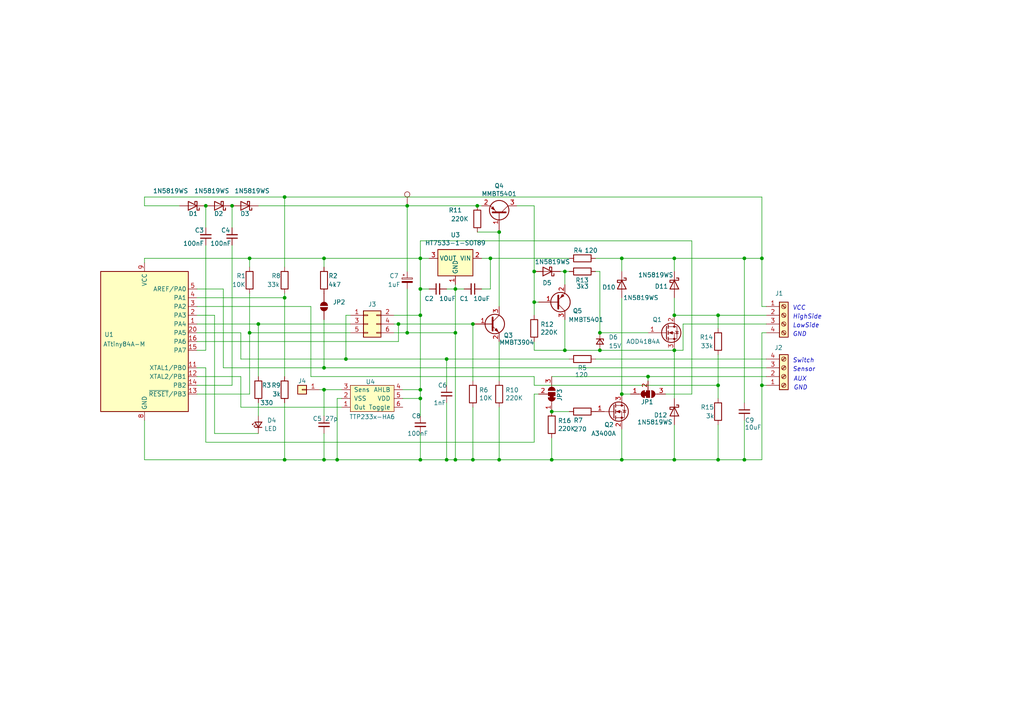
<source format=kicad_sch>
(kicad_sch (version 20231120) (generator "eeschema") (generator_version "8.0")
  (paper "A4")
  (lib_symbols
    (symbol "Connector:Screw_Terminal_01x04" (pin_names (offset 1.016) hide)
      (property "Reference" "J" (at 0 5.08 0))
      (property "Value" "Screw_Terminal_01x04" (at 0 -7.62 0))
      (symbol "Screw_Terminal_01x04_1_1"
        (rectangle (start -1.27 3.81) (end 1.27 -6.35) (stroke (width 0.254)) (fill (type background)))
        (circle (center 0 -5.08) (radius 0.635) (stroke (width 0.1524)))
        (circle (center 0 -2.54) (radius 0.635) (stroke (width 0.1524)))
        (polyline (pts (xy -0.5334 -4.7498) (xy 0.3302 -5.588)) (stroke (width 0.1524)))
        (polyline (pts (xy -0.5334 -2.2098) (xy 0.3302 -3.048)) (stroke (width 0.1524)))
        (polyline (pts (xy -0.5334 0.3302) (xy 0.3302 -0.508)) (stroke (width 0.1524)))
        (polyline (pts (xy -0.5334 2.8702) (xy 0.3302 2.032)) (stroke (width 0.1524)))
        (polyline (pts (xy -0.3556 -4.572) (xy 0.508 -5.4102)) (stroke (width 0.1524)))
        (polyline (pts (xy -0.3556 -2.032) (xy 0.508 -2.8702)) (stroke (width 0.1524)))
        (polyline (pts (xy -0.3556 0.508) (xy 0.508 -0.3302)) (stroke (width 0.1524)))
        (polyline (pts (xy -0.3556 3.048) (xy 0.508 2.2098)) (stroke (width 0.1524)))
        (circle (center 0 0) (radius 0.635) (stroke (width 0.1524)))
        (circle (center 0 2.54) (radius 0.635) (stroke (width 0.1524)))
        (pin passive line (at -5.08 2.54 0) (length 3.81) (name "Pin_1") (number "1"))
        (pin passive line (at -5.08 0 0) (length 3.81) (name "Pin_2") (number "2"))
        (pin passive line (at -5.08 -2.54 0) (length 3.81) (name "Pin_3") (number "3"))
        (pin passive line (at -5.08 -5.08 0) (length 3.81) (name "Pin_4") (number "4"))
      )
    )
    (symbol "Connector:TestPoint" (pin_numbers hide) (pin_names (offset 0.762) hide)
      (property "Reference" "TP" (at 0 6.858 0))
      (property "Value" "TestPoint" (at 0 5.08 0))
      (symbol "TestPoint_0_1"
        (circle (center 0 3.302) (radius 0.762))
      )
      (symbol "TestPoint_1_1"
        (pin passive line (at 0 0 90) (length 2.54) (name "1") (number "1"))
      )
    )
    (symbol "Connector_Generic:Conn_01x01" (pin_names (offset 1.016) hide)
      (property "Reference" "J" (at 0 2.54 0))
      (property "Value" "Conn_01x01" (at 0 -2.54 0))
      (symbol "Conn_01x01_1_1"
        (rectangle (start -1.27 0.127) (end 0 -0.127) (stroke (width 0.1524)))
        (rectangle (start -1.27 1.27) (end 1.27 -1.27) (stroke (width 0.254)) (fill (type background)))
        (pin passive line (at -5.08 0 0) (length 3.81) (name "Pin_1") (number "1"))
      )
    )
    (symbol "Connector_Generic:Conn_02x03_Odd_Even" (pin_names (offset 1.016) hide)
      (property "Reference" "J" (at 1.27 5.08 0))
      (property "Value" "Conn_02x03_Odd_Even" (at 1.27 -5.08 0))
      (symbol "Conn_02x03_Odd_Even_1_1"
        (rectangle (start -1.27 -2.413) (end 0 -2.667) (stroke (width 0.1524)))
        (rectangle (start -1.27 0.127) (end 0 -0.127) (stroke (width 0.1524)))
        (rectangle (start -1.27 2.667) (end 0 2.413) (stroke (width 0.1524)))
        (rectangle (start -1.27 3.81) (end 3.81 -3.81) (stroke (width 0.254)) (fill (type background)))
        (rectangle (start 3.81 -2.413) (end 2.54 -2.667) (stroke (width 0.1524)))
        (rectangle (start 3.81 0.127) (end 2.54 -0.127) (stroke (width 0.1524)))
        (rectangle (start 3.81 2.667) (end 2.54 2.413) (stroke (width 0.1524)))
        (pin passive line (at -5.08 2.54 0) (length 3.81) (name "Pin_1") (number "1"))
        (pin passive line (at 7.62 2.54 180) (length 3.81) (name "Pin_2") (number "2"))
        (pin passive line (at -5.08 0 0) (length 3.81) (name "Pin_3") (number "3"))
        (pin passive line (at 7.62 0 180) (length 3.81) (name "Pin_4") (number "4"))
        (pin passive line (at -5.08 -2.54 0) (length 3.81) (name "Pin_5") (number "5"))
        (pin passive line (at 7.62 -2.54 180) (length 3.81) (name "Pin_6") (number "6"))
      )
    )
    (symbol "Device:C_Small" (pin_numbers hide) (pin_names (offset 0.254) hide)
      (property "Reference" "C" (at 0.254 1.778 0))
      (property "Value" "C_Small" (at 0.254 -2.032 0))
      (symbol "C_Small_0_1"
        (polyline (pts (xy -1.524 -0.508) (xy 1.524 -0.508)) (stroke (width 0.3302)))
        (polyline (pts (xy -1.524 0.508) (xy 1.524 0.508)) (stroke (width 0.3048)))
      )
      (symbol "C_Small_1_1"
        (pin passive line (at 0 2.54 270) (length 2.032) (name "~") (number "1"))
        (pin passive line (at 0 -2.54 90) (length 2.032) (name "~") (number "2"))
      )
    )
    (symbol "Device:D_Schottky" (pin_numbers hide) (pin_names (offset 1.016) hide)
      (property "Reference" "D" (at 0 2.54 0))
      (property "Value" "D_Schottky" (at 0 -2.54 0))
      (symbol "D_Schottky_0_1"
        (polyline (pts (xy 1.27 0) (xy -1.27 0)))
        (polyline (pts (xy 1.27 1.27) (xy 1.27 -1.27) (xy -1.27 0) (xy 1.27 1.27)) (stroke (width 0.254)))
        (polyline (pts (xy -1.905 0.635) (xy -1.905 1.27) (xy -1.27 1.27) (xy -1.27 -1.27) (xy -0.635 -1.27) (xy -0.635 -0.635)) (stroke (width 0.254)))
      )
      (symbol "D_Schottky_1_1"
        (pin passive line (at -3.81 0 0) (length 2.54) (name "K") (number "1"))
        (pin passive line (at 3.81 0 180) (length 2.54) (name "A") (number "2"))
      )
    )
    (symbol "Device:D_Zener_Small" (pin_numbers hide) (pin_names (offset 0.254) hide)
      (property "Reference" "D" (at 0 2.286 0))
      (property "Value" "D_Zener_Small" (at 0 -2.286 0))
      (symbol "D_Zener_Small_0_1"
        (polyline (pts (xy 0.762 0) (xy -0.762 0)))
        (polyline (pts (xy -0.254 1.016) (xy -0.762 1.016) (xy -0.762 -1.016)) (stroke (width 0.254)))
        (polyline (pts (xy 0.762 1.016) (xy -0.762 0) (xy 0.762 -1.016) (xy 0.762 1.016)) (stroke (width 0.254)))
      )
      (symbol "D_Zener_Small_1_1"
        (pin passive line (at -2.54 0 0) (length 1.778) (name "K") (number "1"))
        (pin passive line (at 2.54 0 180) (length 1.778) (name "A") (number "2"))
      )
    )
    (symbol "Device:LED_Small" (pin_numbers hide) (pin_names (offset 0.254) hide)
      (property "Reference" "D" (at -1.27 3.175 0))
      (property "Value" "LED_Small" (at -4.445 -2.54 0))
      (symbol "LED_Small_0_1"
        (polyline (pts (xy -0.762 -1.016) (xy -0.762 1.016)) (stroke (width 0.254)))
        (polyline (pts (xy 1.016 0) (xy -0.762 0)))
        (polyline (pts (xy 0.762 -1.016) (xy -0.762 0) (xy 0.762 1.016) (xy 0.762 -1.016)) (stroke (width 0.254)))
        (polyline (pts (xy 0 0.762) (xy -0.508 1.27) (xy -0.254 1.27) (xy -0.508 1.27) (xy -0.508 1.016)))
        (polyline (pts (xy 0.508 1.27) (xy 0 1.778) (xy 0.254 1.778) (xy 0 1.778) (xy 0 1.524)))
      )
      (symbol "LED_Small_1_1"
        (pin passive line (at -2.54 0 0) (length 1.778) (name "K") (number "1"))
        (pin passive line (at 2.54 0 180) (length 1.778) (name "A") (number "2"))
      )
    )
    (symbol "Device:Q_NMOS_GDS" (pin_names (offset 0) hide)
      (property "Reference" "Q" (at 5.08 1.27 0))
      (property "Value" "Q_NMOS_GDS" (at 5.08 -1.27 0))
      (symbol "Q_NMOS_GDS_0_1"
        (polyline (pts (xy 0.254 0) (xy -2.54 0)))
        (polyline (pts (xy 0.254 1.905) (xy 0.254 -1.905)) (stroke (width 0.254)))
        (polyline (pts (xy 0.762 -1.27) (xy 0.762 -2.286)) (stroke (width 0.254)))
        (polyline (pts (xy 0.762 0.508) (xy 0.762 -0.508)) (stroke (width 0.254)))
        (polyline (pts (xy 0.762 2.286) (xy 0.762 1.27)) (stroke (width 0.254)))
        (polyline (pts (xy 2.54 2.54) (xy 2.54 1.778)))
        (polyline (pts (xy 2.54 -2.54) (xy 2.54 0) (xy 0.762 0)))
        (polyline (pts (xy 0.762 -1.778) (xy 3.302 -1.778) (xy 3.302 1.778) (xy 0.762 1.778)))
        (polyline (pts (xy 1.016 0) (xy 2.032 0.381) (xy 2.032 -0.381) (xy 1.016 0)) (fill (type outline)))
        (polyline (pts (xy 2.794 0.508) (xy 2.921 0.381) (xy 3.683 0.381) (xy 3.81 0.254)))
        (polyline (pts (xy 3.302 0.381) (xy 2.921 -0.254) (xy 3.683 -0.254) (xy 3.302 0.381)))
        (circle (center 1.651 0) (radius 2.794) (stroke (width 0.254)))
        (circle (center 2.54 -1.778) (radius 0.254) (fill (type outline)))
        (circle (center 2.54 1.778) (radius 0.254) (fill (type outline)))
      )
      (symbol "Q_NMOS_GDS_1_1"
        (pin input line (at -5.08 0 0) (length 2.54) (name "G") (number "1"))
        (pin passive line (at 2.54 5.08 270) (length 2.54) (name "D") (number "2"))
        (pin passive line (at 2.54 -5.08 90) (length 2.54) (name "S") (number "3"))
      )
    )
    (symbol "Device:Q_NMOS_GSD" (pin_names (offset 0) hide)
      (property "Reference" "Q" (at 5.08 1.27 0))
      (property "Value" "Q_NMOS_GSD" (at 5.08 -1.27 0))
      (symbol "Q_NMOS_GSD_0_1"
        (polyline (pts (xy 0.254 0) (xy -2.54 0)))
        (polyline (pts (xy 0.254 1.905) (xy 0.254 -1.905)) (stroke (width 0.254)))
        (polyline (pts (xy 0.762 -1.27) (xy 0.762 -2.286)) (stroke (width 0.254)))
        (polyline (pts (xy 0.762 0.508) (xy 0.762 -0.508)) (stroke (width 0.254)))
        (polyline (pts (xy 0.762 2.286) (xy 0.762 1.27)) (stroke (width 0.254)))
        (polyline (pts (xy 2.54 2.54) (xy 2.54 1.778)))
        (polyline (pts (xy 2.54 -2.54) (xy 2.54 0) (xy 0.762 0)))
        (polyline (pts (xy 0.762 -1.778) (xy 3.302 -1.778) (xy 3.302 1.778) (xy 0.762 1.778)))
        (polyline (pts (xy 1.016 0) (xy 2.032 0.381) (xy 2.032 -0.381) (xy 1.016 0)) (fill (type outline)))
        (polyline (pts (xy 2.794 0.508) (xy 2.921 0.381) (xy 3.683 0.381) (xy 3.81 0.254)))
        (polyline (pts (xy 3.302 0.381) (xy 2.921 -0.254) (xy 3.683 -0.254) (xy 3.302 0.381)))
        (circle (center 1.651 0) (radius 2.794) (stroke (width 0.254)))
        (circle (center 2.54 -1.778) (radius 0.254) (fill (type outline)))
        (circle (center 2.54 1.778) (radius 0.254) (fill (type outline)))
      )
      (symbol "Q_NMOS_GSD_1_1"
        (pin input line (at -5.08 0 0) (length 2.54) (name "G") (number "1"))
        (pin passive line (at 2.54 -5.08 90) (length 2.54) (name "S") (number "2"))
        (pin passive line (at 2.54 5.08 270) (length 2.54) (name "D") (number "3"))
      )
    )
    (symbol "Device:R" (pin_numbers hide) (pin_names (offset 0))
      (property "Reference" "R" (at 2.032 0 90))
      (property "Value" "R" (at 0 0 90))
      (symbol "R_0_1"
        (rectangle (start -1.016 -2.54) (end 1.016 2.54) (stroke (width 0.254)))
      )
      (symbol "R_1_1"
        (pin passive line (at 0 3.81 270) (length 1.27) (name "~") (number "1"))
        (pin passive line (at 0 -3.81 90) (length 1.27) (name "~") (number "2"))
      )
    )
    (symbol "Diode:1N5819WS" (pin_numbers hide) (pin_names (offset 1.016) hide)
      (property "Reference" "D" (at 0 2.54 0))
      (property "Value" "1N5819WS" (at 0 -2.54 0))
      (symbol "1N5819WS_0_1"
        (polyline (pts (xy 1.27 0) (xy -1.27 0)))
        (polyline (pts (xy 1.27 1.27) (xy 1.27 -1.27) (xy -1.27 0) (xy 1.27 1.27)) (stroke (width 0.254)))
        (polyline (pts (xy -1.905 0.635) (xy -1.905 1.27) (xy -1.27 1.27) (xy -1.27 -1.27) (xy -0.635 -1.27) (xy -0.635 -0.635)) (stroke (width 0.254)))
      )
      (symbol "1N5819WS_1_1"
        (pin passive line (at -3.81 0 0) (length 2.54) (name "K") (number "1"))
        (pin passive line (at 3.81 0 180) (length 2.54) (name "A") (number "2"))
      )
    )
    (symbol "FlushRobot-rescue:CP_Small-Device" (pin_numbers hide) (pin_names (offset 0.254) hide)
      (property "Reference" "C" (at 0.254 1.778 0))
      (property "Value" "Device_CP_Small" (at 0.254 -2.032 0))
      (symbol "CP_Small-Device_0_1"
        (rectangle (start -1.524 -0.3048) (end 1.524 -0.6858) (fill (type outline)))
        (rectangle (start -1.524 0.6858) (end 1.524 0.3048))
        (polyline (pts (xy -1.27 1.524) (xy -0.762 1.524)))
        (polyline (pts (xy -1.016 1.27) (xy -1.016 1.778)))
      )
      (symbol "CP_Small-Device_1_1"
        (pin passive line (at 0 2.54 270) (length 1.8542) (name "~") (number "1"))
        (pin passive line (at 0 -2.54 90) (length 1.8542) (name "~") (number "2"))
      )
    )
    (symbol "Jumper:SolderJumper_2_Open" (pin_numbers hide) (pin_names (offset 0) hide) (exclude_from_sim yes) (in_bom no)
      (property "Reference" "JP" (at 0 2.032 0))
      (property "Value" "SolderJumper_2_Open" (at 0 -2.54 0))
      (symbol "SolderJumper_2_Open_0_1"
        (arc (start -0.254 1.016) (mid -1.2656 0) (end -0.254 -1.016))
        (arc (start -0.254 1.016) (mid -1.2656 0) (end -0.254 -1.016) (fill (type outline)))
        (polyline (pts (xy -0.254 1.016) (xy -0.254 -1.016)))
        (polyline (pts (xy 0.254 1.016) (xy 0.254 -1.016)))
        (arc (start 0.254 -1.016) (mid 1.2656 0) (end 0.254 1.016))
        (arc (start 0.254 -1.016) (mid 1.2656 0) (end 0.254 1.016) (fill (type outline)))
      )
      (symbol "SolderJumper_2_Open_1_1"
        (pin passive line (at -3.81 0 0) (length 2.54) (name "A") (number "1"))
        (pin passive line (at 3.81 0 180) (length 2.54) (name "B") (number "2"))
      )
    )
    (symbol "Jumper:SolderJumper_3_Bridged12" (pin_names (offset 0) hide)
      (property "Reference" "JP" (at -2.54 -2.54 0))
      (property "Value" "SolderJumper_3_Bridged12" (at 0 2.794 0))
      (symbol "SolderJumper_3_Bridged12_0_1"
        (rectangle (start -1.016 0.508) (end -0.508 -0.508) (fill (type outline)))
        (arc (start -1.016 1.016) (mid -2.0276 0) (end -1.016 -1.016))
        (arc (start -1.016 1.016) (mid -2.0276 0) (end -1.016 -1.016) (fill (type outline)))
        (rectangle (start -0.508 1.016) (end 0.508 -1.016) (fill (type outline)))
        (polyline (pts (xy -2.54 0) (xy -2.032 0)))
        (polyline (pts (xy -1.016 1.016) (xy -1.016 -1.016)))
        (polyline (pts (xy 0 -1.27) (xy 0 -1.016)))
        (polyline (pts (xy 1.016 1.016) (xy 1.016 -1.016)))
        (polyline (pts (xy 2.54 0) (xy 2.032 0)))
        (arc (start 1.016 -1.016) (mid 2.0276 0) (end 1.016 1.016))
        (arc (start 1.016 -1.016) (mid 2.0276 0) (end 1.016 1.016) (fill (type outline)))
      )
      (symbol "SolderJumper_3_Bridged12_1_1"
        (pin passive line (at -5.08 0 0) (length 2.54) (name "A") (number "1"))
        (pin passive line (at 0 -3.81 90) (length 2.54) (name "C") (number "2"))
        (pin passive line (at 5.08 0 180) (length 2.54) (name "B") (number "3"))
      )
    )
    (symbol "MCU_Microchip_ATtiny:ATtiny84A-M"
      (property "Reference" "U" (at -12.7 21.59 0))
      (property "Value" "ATtiny84A-M" (at 2.54 -21.59 0))
      (symbol "ATtiny84A-M_0_1"
        (rectangle (start -12.7 -20.32) (end 12.7 20.32) (stroke (width 0.254)) (fill (type background)))
      )
      (symbol "ATtiny84A-M_1_1"
        (pin bidirectional line (at 15.24 5.08 180) (length 2.54) (name "PA4") (number "1"))
        (pin no_connect line (at -12.7 -10.16 0) (length 2.54) hide (name "NC") (number "10"))
        (pin bidirectional line (at 15.24 -7.62 180) (length 2.54) (name "XTAL1/PB0") (number "11"))
        (pin bidirectional line (at 15.24 -10.16 180) (length 2.54) (name "XTAL2/PB1") (number "12"))
        (pin bidirectional line (at 15.24 -15.24 180) (length 2.54) (name "~{RESET}/PB3") (number "13"))
        (pin bidirectional line (at 15.24 -12.7 180) (length 2.54) (name "PB2") (number "14"))
        (pin bidirectional line (at 15.24 -2.54 180) (length 2.54) (name "PA7") (number "15"))
        (pin bidirectional line (at 15.24 0 180) (length 2.54) (name "PA6") (number "16"))
        (pin no_connect line (at -12.7 -12.7 0) (length 2.54) hide (name "NC") (number "17"))
        (pin no_connect line (at -12.7 -15.24 0) (length 2.54) hide (name "NC") (number "18"))
        (pin no_connect line (at -12.7 -17.78 0) (length 2.54) hide (name "NC") (number "19"))
        (pin bidirectional line (at 15.24 7.62 180) (length 2.54) (name "PA3") (number "2"))
        (pin bidirectional line (at 15.24 2.54 180) (length 2.54) (name "PA5") (number "20"))
        (pin passive line (at 0 -22.86 90) (length 2.54) hide (name "GND") (number "21"))
        (pin bidirectional line (at 15.24 10.16 180) (length 2.54) (name "PA2") (number "3"))
        (pin bidirectional line (at 15.24 12.7 180) (length 2.54) (name "PA1") (number "4"))
        (pin bidirectional line (at 15.24 15.24 180) (length 2.54) (name "AREF/PA0") (number "5"))
        (pin no_connect line (at -12.7 -5.08 0) (length 2.54) hide (name "NC") (number "6"))
        (pin no_connect line (at -12.7 -7.62 0) (length 2.54) hide (name "NC") (number "7"))
        (pin power_in line (at 0 -22.86 90) (length 2.54) (name "GND") (number "8"))
        (pin power_in line (at 0 22.86 270) (length 2.54) (name "VCC") (number "9"))
      )
    )
    (symbol "Regulator_Linear:HT75xx-1-SOT89"
      (property "Reference" "U" (at -5.08 -3.81 0))
      (property "Value" "HT75xx-1-SOT89" (at 0 6.35 0))
      (symbol "HT75xx-1-SOT89_0_1"
        (rectangle (start -5.08 5.08) (end 5.08 -2.54) (stroke (width 0.254)) (fill (type background)))
      )
      (symbol "HT75xx-1-SOT89_1_1"
        (pin power_in line (at 0 -5.08 90) (length 2.54) (name "GND") (number "1"))
        (pin power_in line (at -7.62 2.54 0) (length 2.54) (name "VIN") (number "2"))
        (pin power_out line (at 7.62 2.54 180) (length 2.54) (name "VOUT") (number "3"))
      )
    )
    (symbol "Transistor_BJT:MMBT3904" (pin_names (offset 0) hide)
      (property "Reference" "Q" (at 5.08 1.905 0))
      (property "Value" "MMBT3904" (at 5.08 0 0))
      (symbol "MMBT3904_0_1"
        (polyline (pts (xy 0.635 0.635) (xy 2.54 2.54)))
        (polyline (pts (xy 0.635 -0.635) (xy 2.54 -2.54) (xy 2.54 -2.54)))
        (polyline (pts (xy 0.635 1.905) (xy 0.635 -1.905) (xy 0.635 -1.905)) (stroke (width 0.508)))
        (polyline (pts (xy 1.27 -1.778) (xy 1.778 -1.27) (xy 2.286 -2.286) (xy 1.27 -1.778) (xy 1.27 -1.778)) (fill (type outline)))
        (circle (center 1.27 0) (radius 2.8194) (stroke (width 0.254)))
      )
      (symbol "MMBT3904_1_1"
        (pin input line (at -5.08 0 0) (length 5.715) (name "B") (number "1"))
        (pin passive line (at 2.54 -5.08 90) (length 2.54) (name "E") (number "2"))
        (pin passive line (at 2.54 5.08 270) (length 2.54) (name "C") (number "3"))
      )
    )
    (symbol "Transistor_BJT:MMBT3906" (pin_names (offset 0) hide)
      (property "Reference" "Q" (at 5.08 1.905 0))
      (property "Value" "MMBT3906" (at 5.08 0 0))
      (symbol "MMBT3906_0_1"
        (polyline (pts (xy 0.635 0.635) (xy 2.54 2.54)))
        (polyline (pts (xy 0.635 -0.635) (xy 2.54 -2.54) (xy 2.54 -2.54)))
        (polyline (pts (xy 0.635 1.905) (xy 0.635 -1.905) (xy 0.635 -1.905)) (stroke (width 0.508)))
        (polyline (pts (xy 2.286 -1.778) (xy 1.778 -2.286) (xy 1.27 -1.27) (xy 2.286 -1.778) (xy 2.286 -1.778)) (fill (type outline)))
        (circle (center 1.27 0) (radius 2.8194) (stroke (width 0.254)))
      )
      (symbol "MMBT3906_1_1"
        (pin input line (at -5.08 0 0) (length 5.715) (name "B") (number "1"))
        (pin passive line (at 2.54 -5.08 90) (length 2.54) (name "E") (number "2"))
        (pin passive line (at 2.54 5.08 270) (length 2.54) (name "C") (number "3"))
      )
    )
    (symbol "tfl_ttp233x-HA6:TTP233x-HA6-New_Library" (pin_names (offset 1.016))
      (property "Reference" "U" (at 0 7.62 0))
      (property "Value" "New_Library_TTP233x-HA6" (at 0 5.08 0))
      (symbol "TTP233x-HA6-New_Library_0_1"
        (polyline (pts (xy -6.35 3.81) (xy -6.35 -3.81) (xy 6.35 -3.81) (xy 6.35 3.81) (xy -6.35 3.81)) (fill (type background)))
      )
      (symbol "TTP233x-HA6-New_Library_1_1"
        (pin output line (at -8.89 2.54 0) (length 2.54) (name "Out") (number "1"))
        (pin power_in line (at -8.89 0 0) (length 2.54) (name "VSS") (number "2"))
        (pin input line (at -8.89 -2.54 0) (length 2.54) (name "Sens") (number "3"))
        (pin input line (at 8.89 -2.54 180) (length 2.54) (name "AHLB") (number "4"))
        (pin power_in line (at 8.89 0 180) (length 2.54) (name "VDD") (number "5"))
        (pin input line (at 8.89 2.54 180) (length 2.54) (name "Toggle") (number "6"))
      )
    )
  )
  (junction (at 121.92 133.35))
  (junction (at 82.55 86.36))
  (junction (at 195.58 74.93))
  (junction (at 93.98 106.68))
  (junction (at 195.58 101.6))
  (junction (at 180.34 133.35))
  (junction (at 67.31 59.69))
  (junction (at 163.83 78.74))
  (junction (at 195.58 133.35))
  (junction (at 121.92 74.93))
  (junction (at 100.33 104.14))
  (junction (at 160.02 119.38))
  (junction (at 173.99 101.6))
  (junction (at 195.58 91.44))
  (junction (at 118.11 59.69))
  (junction (at 93.98 133.35))
  (junction (at 220.98 74.93))
  (junction (at 93.98 74.93))
  (junction (at 154.94 87.63))
  (junction (at 154.94 78.74))
  (junction (at 137.16 133.35))
  (junction (at 93.98 113.03))
  (junction (at 132.08 133.35))
  (junction (at 121.92 115.57))
  (junction (at 160.02 133.35))
  (junction (at 208.28 91.44))
  (junction (at 137.16 93.98))
  (junction (at 144.78 67.31))
  (junction (at 220.98 111.76))
  (junction (at 180.34 74.93))
  (junction (at 121.92 91.44))
  (junction (at 142.24 74.93))
  (junction (at 208.28 111.76))
  (junction (at 121.92 113.03))
  (junction (at 138.43 59.69))
  (junction (at 215.9 133.35))
  (junction (at 163.83 101.6))
  (junction (at 97.79 133.35))
  (junction (at 118.11 96.52))
  (junction (at 129.54 104.14))
  (junction (at 72.39 74.93))
  (junction (at 173.99 96.52))
  (junction (at 82.55 57.15))
  (junction (at 132.08 96.52))
  (junction (at 72.39 96.52))
  (junction (at 115.57 93.98))
  (junction (at 129.54 133.35))
  (junction (at 82.55 133.35))
  (junction (at 215.9 74.93))
  (junction (at 208.28 133.35))
  (junction (at 180.34 114.3))
  (junction (at 59.69 59.69))
  (junction (at 74.93 93.98))
  (junction (at 121.92 83.82))
  (junction (at 144.78 133.35))
  (junction (at 187.96 109.22))
  (junction (at 132.08 83.82))
  (wire (pts (xy 82.55 57.15) (xy 41.91 57.15)))
  (wire (pts (xy 180.34 133.35) (xy 195.58 133.35)))
  (wire (pts (xy 99.06 115.57) (xy 97.79 115.57)))
  (wire (pts (xy 59.69 71.12) (xy 59.69 101.6)))
  (wire (pts (xy 59.69 106.68) (xy 57.15 106.68)))
  (wire (pts (xy 154.94 78.74) (xy 154.94 87.63)))
  (wire (pts (xy 118.11 59.69) (xy 118.11 78.74)))
  (wire (pts (xy 121.92 113.03) (xy 121.92 115.57)))
  (wire (pts (xy 82.55 116.84) (xy 82.55 133.35)))
  (wire (pts (xy 132.08 83.82) (xy 132.08 96.52)))
  (wire (pts (xy 41.91 74.93) (xy 72.39 74.93)))
  (wire (pts (xy 172.72 74.93) (xy 180.34 74.93)))
  (wire (pts (xy 59.69 128.27) (xy 59.69 106.68)))
  (wire (pts (xy 100.33 104.14) (xy 129.54 104.14)))
  (wire (pts (xy 215.9 74.93) (xy 220.98 74.93)))
  (wire (pts (xy 154.94 114.3) (xy 154.94 128.27)))
  (wire (pts (xy 142.24 74.93) (xy 165.1 74.93)))
  (wire (pts (xy 200.66 114.3) (xy 200.66 69.85)))
  (wire (pts (xy 163.83 101.6) (xy 173.99 101.6)))
  (wire (pts (xy 195.58 74.93) (xy 215.9 74.93)))
  (wire (pts (xy 195.58 74.93) (xy 195.58 78.74)))
  (wire (pts (xy 82.55 133.35) (xy 93.98 133.35)))
  (wire (pts (xy 62.23 91.44) (xy 57.15 91.44)))
  (wire (pts (xy 154.94 99.06) (xy 154.94 101.6)))
  (wire (pts (xy 114.3 91.44) (xy 121.92 91.44)))
  (wire (pts (xy 163.83 78.74) (xy 165.1 78.74)))
  (wire (pts (xy 115.57 93.98) (xy 115.57 99.06)))
  (wire (pts (xy 215.9 121.92) (xy 215.9 133.35)))
  (wire (pts (xy 93.98 125.73) (xy 93.98 133.35)))
  (wire (pts (xy 69.85 96.52) (xy 69.85 104.14)))
  (wire (pts (xy 57.15 88.9) (xy 90.17 88.9)))
  (wire (pts (xy 132.08 96.52) (xy 132.08 133.35)))
  (wire (pts (xy 154.94 59.69) (xy 149.86 59.69)))
  (wire (pts (xy 129.54 133.35) (xy 132.08 133.35)))
  (wire (pts (xy 57.15 86.36) (xy 82.55 86.36)))
  (wire (pts (xy 121.92 133.35) (xy 129.54 133.35)))
  (wire (pts (xy 69.85 118.11) (xy 99.06 118.11)))
  (wire (pts (xy 195.58 86.36) (xy 195.58 91.44)))
  (wire (pts (xy 121.92 74.93) (xy 124.46 74.93)))
  (wire (pts (xy 129.54 111.76) (xy 129.54 104.14)))
  (wire (pts (xy 160.02 133.35) (xy 180.34 133.35)))
  (wire (pts (xy 154.94 101.6) (xy 163.83 101.6)))
  (wire (pts (xy 160.02 109.22) (xy 187.96 109.22)))
  (wire (pts (xy 74.93 93.98) (xy 101.6 93.98)))
  (wire (pts (xy 220.98 88.9) (xy 222.25 88.9)))
  (wire (pts (xy 57.15 111.76) (xy 67.31 111.76)))
  (wire (pts (xy 118.11 96.52) (xy 132.08 96.52)))
  (wire (pts (xy 156.21 87.63) (xy 154.94 87.63)))
  (wire (pts (xy 139.7 59.69) (xy 138.43 59.69)))
  (wire (pts (xy 144.78 133.35) (xy 160.02 133.35)))
  (wire (pts (xy 121.92 83.82) (xy 124.46 83.82)))
  (wire (pts (xy 144.78 99.06) (xy 144.78 110.49)))
  (wire (pts (xy 62.23 125.73) (xy 62.23 91.44)))
  (wire (pts (xy 195.58 101.6) (xy 198.12 101.6)))
  (wire (pts (xy 92.71 113.03) (xy 93.98 113.03)))
  (wire (pts (xy 180.34 74.93) (xy 180.34 78.74)))
  (wire (pts (xy 121.92 83.82) (xy 121.92 74.93)))
  (wire (pts (xy 138.43 59.69) (xy 118.11 59.69)))
  (wire (pts (xy 208.28 91.44) (xy 222.25 91.44)))
  (wire (pts (xy 114.3 93.98) (xy 115.57 93.98)))
  (wire (pts (xy 57.15 99.06) (xy 115.57 99.06)))
  (wire (pts (xy 72.39 96.52) (xy 101.6 96.52)))
  (wire (pts (xy 220.98 96.52) (xy 222.25 96.52)))
  (wire (pts (xy 139.7 74.93) (xy 142.24 74.93)))
  (wire (pts (xy 129.54 116.84) (xy 129.54 133.35)))
  (wire (pts (xy 208.28 102.87) (xy 208.28 111.76)))
  (wire (pts (xy 154.94 111.76) (xy 208.28 111.76)))
  (wire (pts (xy 154.94 78.74) (xy 154.94 59.69)))
  (wire (pts (xy 82.55 57.15) (xy 220.98 57.15)))
  (wire (pts (xy 93.98 113.03) (xy 93.98 120.65)))
  (wire (pts (xy 160.02 119.38) (xy 165.1 119.38)))
  (wire (pts (xy 41.91 133.35) (xy 82.55 133.35)))
  (wire (pts (xy 180.34 114.3) (xy 182.88 114.3)))
  (wire (pts (xy 62.23 125.73) (xy 74.93 125.73)))
  (wire (pts (xy 195.58 123.19) (xy 195.58 133.35)))
  (wire (pts (xy 64.77 83.82) (xy 57.15 83.82)))
  (wire (pts (xy 69.85 104.14) (xy 100.33 104.14)))
  (wire (pts (xy 100.33 91.44) (xy 101.6 91.44)))
  (wire (pts (xy 137.16 93.98) (xy 137.16 110.49)))
  (wire (pts (xy 64.77 106.68) (xy 93.98 106.68)))
  (wire (pts (xy 198.12 101.6) (xy 198.12 93.98)))
  (wire (pts (xy 200.66 69.85) (xy 121.92 69.85)))
  (wire (pts (xy 187.96 109.22) (xy 222.25 109.22)))
  (wire (pts (xy 220.98 57.15) (xy 220.98 74.93)))
  (wire (pts (xy 138.43 67.31) (xy 144.78 67.31)))
  (wire (pts (xy 97.79 115.57) (xy 97.79 133.35)))
  (wire (pts (xy 195.58 91.44) (xy 208.28 91.44)))
  (wire (pts (xy 208.28 133.35) (xy 215.9 133.35)))
  (wire (pts (xy 208.28 123.19) (xy 208.28 133.35)))
  (wire (pts (xy 163.83 92.71) (xy 163.83 101.6)))
  (wire (pts (xy 93.98 113.03) (xy 99.06 113.03)))
  (wire (pts (xy 82.55 85.09) (xy 82.55 86.36)))
  (wire (pts (xy 220.98 111.76) (xy 220.98 133.35)))
  (wire (pts (xy 154.94 114.3) (xy 156.21 114.3)))
  (wire (pts (xy 208.28 111.76) (xy 208.28 115.57)))
  (wire (pts (xy 129.54 104.14) (xy 165.1 104.14)))
  (wire (pts (xy 160.02 127) (xy 160.02 133.35)))
  (wire (pts (xy 41.91 74.93) (xy 41.91 76.2)))
  (wire (pts (xy 172.72 104.14) (xy 222.25 104.14)))
  (wire (pts (xy 116.84 115.57) (xy 121.92 115.57)))
  (wire (pts (xy 129.54 83.82) (xy 132.08 83.82)))
  (wire (pts (xy 220.98 96.52) (xy 220.98 111.76)))
  (wire (pts (xy 72.39 74.93) (xy 93.98 74.93)))
  (wire (pts (xy 118.11 83.82) (xy 118.11 96.52)))
  (wire (pts (xy 93.98 106.68) (xy 222.25 106.68)))
  (wire (pts (xy 121.92 83.82) (xy 121.92 91.44)))
  (wire (pts (xy 198.12 93.98) (xy 222.25 93.98)))
  (wire (pts (xy 195.58 101.6) (xy 195.58 115.57)))
  (wire (pts (xy 121.92 69.85) (xy 121.92 74.93)))
  (wire (pts (xy 64.77 83.82) (xy 64.77 106.68)))
  (wire (pts (xy 118.11 59.69) (xy 74.93 59.69)))
  (wire (pts (xy 180.34 124.46) (xy 180.34 133.35)))
  (wire (pts (xy 173.99 101.6) (xy 195.58 101.6)))
  (wire (pts (xy 41.91 57.15) (xy 41.91 59.69)))
  (wire (pts (xy 93.98 74.93) (xy 93.98 77.47)))
  (wire (pts (xy 41.91 121.92) (xy 41.91 133.35)))
  (wire (pts (xy 74.93 116.84) (xy 74.93 120.65)))
  (wire (pts (xy 173.99 96.52) (xy 187.96 96.52)))
  (wire (pts (xy 93.98 74.93) (xy 121.92 74.93)))
  (wire (pts (xy 57.15 96.52) (xy 69.85 96.52)))
  (wire (pts (xy 116.84 113.03) (xy 121.92 113.03)))
  (wire (pts (xy 67.31 59.69) (xy 67.31 66.04)))
  (wire (pts (xy 115.57 93.98) (xy 137.16 93.98)))
  (wire (pts (xy 154.94 87.63) (xy 154.94 91.44)))
  (wire (pts (xy 90.17 88.9) (xy 90.17 109.22)))
  (wire (pts (xy 57.15 114.3) (xy 72.39 114.3)))
  (wire (pts (xy 132.08 82.55) (xy 132.08 83.82)))
  (wire (pts (xy 93.98 133.35) (xy 97.79 133.35)))
  (wire (pts (xy 57.15 93.98) (xy 74.93 93.98)))
  (wire (pts (xy 72.39 74.93) (xy 72.39 77.47)))
  (wire (pts (xy 154.94 128.27) (xy 59.69 128.27)))
  (wire (pts (xy 93.98 92.71) (xy 93.98 106.68)))
  (wire (pts (xy 163.83 82.55) (xy 163.83 78.74)))
  (wire (pts (xy 132.08 83.82) (xy 134.62 83.82)))
  (wire (pts (xy 154.94 109.22) (xy 154.94 111.76)))
  (wire (pts (xy 114.3 96.52) (xy 118.11 96.52)))
  (wire (pts (xy 72.39 96.52) (xy 72.39 114.3)))
  (wire (pts (xy 180.34 74.93) (xy 195.58 74.93)))
  (wire (pts (xy 90.17 109.22) (xy 154.94 109.22)))
  (wire (pts (xy 41.91 59.69) (xy 52.07 59.69)))
  (wire (pts (xy 137.16 133.35) (xy 144.78 133.35)))
  (wire (pts (xy 220.98 74.93) (xy 220.98 88.9)))
  (wire (pts (xy 132.08 133.35) (xy 137.16 133.35)))
  (wire (pts (xy 121.92 91.44) (xy 121.92 113.03)))
  (wire (pts (xy 193.04 114.3) (xy 200.66 114.3)))
  (wire (pts (xy 100.33 91.44) (xy 100.33 104.14)))
  (wire (pts (xy 139.7 83.82) (xy 142.24 83.82)))
  (wire (pts (xy 74.93 93.98) (xy 74.93 109.22)))
  (wire (pts (xy 195.58 133.35) (xy 208.28 133.35)))
  (wire (pts (xy 215.9 133.35) (xy 220.98 133.35)))
  (wire (pts (xy 69.85 118.11) (xy 69.85 109.22)))
  (wire (pts (xy 69.85 109.22) (xy 57.15 109.22)))
  (wire (pts (xy 67.31 71.12) (xy 67.31 111.76)))
  (wire (pts (xy 187.96 109.22) (xy 187.96 110.49)))
  (wire (pts (xy 72.39 85.09) (xy 72.39 96.52)))
  (wire (pts (xy 121.92 115.57) (xy 121.92 120.65)))
  (wire (pts (xy 172.72 78.74) (xy 173.99 78.74)))
  (wire (pts (xy 82.55 77.47) (xy 82.55 57.15)))
  (wire (pts (xy 180.34 86.36) (xy 180.34 114.3)))
  (wire (pts (xy 222.25 111.76) (xy 220.98 111.76)))
  (wire (pts (xy 144.78 67.31) (xy 144.78 88.9)))
  (wire (pts (xy 82.55 86.36) (xy 82.55 109.22)))
  (wire (pts (xy 59.69 59.69) (xy 59.69 66.04)))
  (wire (pts (xy 162.56 78.74) (xy 163.83 78.74)))
  (wire (pts (xy 173.99 78.74) (xy 173.99 96.52)))
  (wire (pts (xy 144.78 118.11) (xy 144.78 133.35)))
  (wire (pts (xy 121.92 125.73) (xy 121.92 133.35)))
  (wire (pts (xy 57.15 101.6) (xy 59.69 101.6)))
  (wire (pts (xy 97.79 133.35) (xy 121.92 133.35)))
  (wire (pts (xy 208.28 91.44) (xy 208.28 95.25)))
  (wire (pts (xy 137.16 118.11) (xy 137.16 133.35)))
  (wire (pts (xy 142.24 83.82) (xy 142.24 74.93)))
  (wire (pts (xy 215.9 74.93) (xy 215.9 116.84)))
  (text "AUX" (at 230.124 110.744 0) (effects (font (size 1.27 1.27) (italic yes)) (justify left bottom)))
  (text "GND" (at 229.87 97.79 0) (effects (font (size 1.27 1.27) (italic yes)) (justify left bottom)))
  (text "VCC" (at 229.87 90.17 0) (effects (font (size 1.27 1.27) (italic yes)) (justify left bottom)))
  (text "LowSide" (at 229.87 95.25 0) (effects (font (size 1.27 1.27) (italic yes)) (justify left bottom)))
  (text "Switch" (at 229.87 105.41 0) (effects (font (size 1.27 1.27) (italic yes)) (justify left bottom)))
  (text "GND" (at 230.124 113.284 0) (effects (font (size 1.27 1.27) (italic yes)) (justify left bottom)))
  (text "Sensor" (at 229.87 107.95 0) (effects (font (size 1.27 1.27) (italic yes)) (justify left bottom)))
  (text "HighSide" (at 229.87 92.71 0) (effects (font (size 1.27 1.27) (italic yes)) (justify left bottom)))
  (symbol (lib_id "Device:Q_NMOS_GDS") (at 193.04 96.52 0) (unit 1)
    (property "Reference" "Q1" (at 189.23 92.71 0) (effects (justify left)))
    (property "Value" "AOD4184A" (at 181.61 99.06 0) (effects (justify left)))
    (property "Footprint" "Package_TO_SOT_SMD:TO-252-2" (effects (hide yes)))
    (property "Description" "C99124" (effects (hide yes)))
    (property "LCSC" "C99124" (effects (hide yes)))
  )
  (symbol (lib_id "Regulator_Linear:HT75xx-1-SOT89") (at 132.08 77.47 0) (mirror y) (unit 1)
    (property "Reference" "U3" (at 132.08 68.1482 0))
    (property "Value" "HT7533-1-SOT89" (at 132.08 70.4596 0))
    (property "Footprint" "Package_TO_SOT_SMD:SOT-89-3" (effects (hide yes)))
    (property "Datasheet" "https://www.holtek.com/documents/10179/116711/HT75xx-1v250.pdf" (effects (hide yes)))
    (property "Description" "C14289" (effects (hide yes)))
    (property "LCSC" "C14289" (effects (hide yes)))
  )
  (symbol (lib_id "Device:R") (at 72.39 81.28 0) (unit 1)
    (property "Reference" "R1" (at 68.58 80.01 0) (effects (justify left)))
    (property "Value" "10K" (at 67.31 82.55 0) (effects (justify left)))
    (property "Footprint" "Resistor_SMD:R_0603_1608Metric" (effects (hide yes)))
    (property "Description" "C25804" (effects (hide yes)))
    (property "LCSC" "C25804" (effects (hide yes)))
  )
  (symbol (lib_id "Device:C_Small") (at 127 83.82 90) (unit 1)
    (property "Reference" "C2" (at 124.46 86.614 90))
    (property "Value" "10uF" (at 129.794 86.614 90))
    (property "Footprint" "Capacitor_SMD:C_0603_1608Metric" (effects (hide yes)))
    (property "Description" "C19702" (effects (hide yes)))
    (property "LCSC" "C19702" (effects (hide yes)))
  )
  (symbol (lib_id "Device:C_Small") (at 137.16 83.82 270) (unit 1)
    (property "Reference" "C1" (at 134.62 86.614 90))
    (property "Value" "10uF" (at 139.7 86.614 90))
    (property "Footprint" "Capacitor_SMD:C_0805_2012Metric" (effects (hide yes)))
    (property "Description" "C440198" (effects (hide yes)))
    (property "LCSC" "C440198" (effects (hide yes)))
  )
  (symbol (lib_id "Device:R") (at 74.93 113.03 0) (unit 1)
    (property "Reference" "R3" (at 75.946 111.76 0) (effects (justify left)))
    (property "Value" "330" (at 75.438 116.84 0) (effects (justify left)))
    (property "Footprint" "Resistor_SMD:R_0603_1608Metric" (effects (hide yes)))
    (property "Description" "C881395" (effects (hide yes)))
    (property "LCSC" "C881395" (effects (hide yes)))
  )
  (symbol (lib_id "Device:LED_Small") (at 74.93 123.19 90) (unit 1)
    (property "Reference" "D4" (at 77.47 121.92 90) (effects (justify right)))
    (property "Value" "LED" (at 76.6572 124.333 90) (effects (justify right)))
    (property "Footprint" "LED_THT:LED_D3.0mm" (effects (hide yes)))
    (property "Description" "C72043" (effects (hide yes)))
  )
  (symbol (lib_id "Device:R") (at 93.98 81.28 0) (unit 1)
    (property "Reference" "R2" (at 95.25 80.01 0) (effects (justify left)))
    (property "Value" "4k7" (at 95.25 82.55 0) (effects (justify left)))
    (property "Footprint" "Resistor_SMD:R_0603_1608Metric" (effects (hide yes)))
    (property "Description" "C23162" (effects (hide yes)))
    (property "LCSC" "C23162" (effects (hide yes)))
  )
  (symbol (lib_id "Connector:Screw_Terminal_01x04") (at 227.33 91.44 0) (unit 1)
    (property "Reference" "J1" (at 224.79 85.09 0) (effects (justify left)))
    (property "Value" "Screw_Terminal_01x04" (effects (hide yes)))
    (property "Footprint" "TerminalBlock_Phoenix:TerminalBlock_Phoenix_MKDS-1,5-4_1x04_P5.00mm_Horizontal" (effects (hide yes)))
  )
  (symbol (lib_id "Connector:Screw_Terminal_01x04") (at 227.33 109.22 0) (mirror x) (unit 1)
    (property "Reference" "J2" (at 225.806 100.838 0))
    (property "Value" "Screw_Terminal_01x04" (effects (hide yes)))
    (property "Footprint" "TerminalBlock_Phoenix:TerminalBlock_Phoenix_MKDS-1,5-4_1x04_P5.00mm_Horizontal" (effects (hide yes)))
  )
  (symbol (lib_id "Device:R") (at 168.91 74.93 270) (unit 1)
    (property "Reference" "R4" (at 167.64 72.644 90))
    (property "Value" "120" (at 171.45 72.644 90))
    (property "Footprint" "Resistor_SMD:R_0603_1608Metric" (effects (hide yes)))
    (property "Description" "C881191" (effects (hide yes)))
    (property "LCSC" "C22787" (effects (hide yes)))
  )
  (symbol (lib_id "Device:R") (at 168.91 104.14 270) (unit 1)
    (property "Reference" "R5" (at 168.91 106.68 90))
    (property "Value" "120" (at 168.656 108.712 90))
    (property "Footprint" "Resistor_SMD:R_0603_1608Metric" (effects (hide yes)))
    (property "Description" "C22787" (effects (hide yes)))
    (property "LCSC" "C22787" (effects (hide yes)))
  )
  (symbol (lib_id "Device:C_Small") (at 129.54 114.3 0) (unit 1)
    (property "Reference" "C6" (at 127 111.76 0) (effects (justify left)))
    (property "Value" "1nF" (at 125.73 116.84 0) (effects (justify left)))
    (property "Footprint" "Capacitor_SMD:C_0603_1608Metric" (effects (hide yes)))
    (property "LCSC" "C1588" (effects (hide yes)))
  )
  (symbol (lib_id "Connector_Generic:Conn_02x03_Odd_Even") (at 106.68 93.98 0) (unit 1) (in_bom no)
    (property "Reference" "J3" (at 107.95 88.265 0))
    (property "Value" "Conn_02x03_Odd_Even" (effects (hide yes)))
    (property "Footprint" "projects:SPI_programmer" (effects (hide yes)))
  )
  (symbol (lib_id "Device:Q_NMOS_GSD") (at 177.8 119.38 0) (unit 1)
    (property "Reference" "Q2" (at 175.26 123.19 0) (effects (justify left)))
    (property "Value" "A3400A" (at 171.45 125.73 0) (effects (justify left)))
    (property "Footprint" "Package_TO_SOT_SMD:SOT-23" (effects (hide yes)))
    (property "Description" "C20917" (effects (hide yes)))
    (property "LCSC" "C20917" (effects (hide yes)))
  )
  (symbol (lib_id "Device:R") (at 168.91 119.38 270) (unit 1)
    (property "Reference" "R7" (at 166.37 121.92 90) (effects (justify left)))
    (property "Value" "270" (at 166.37 124.46 90) (effects (justify left)))
    (property "Footprint" "Resistor_SMD:R_0603_1608Metric" (effects (hide yes)))
    (property "Description" "C22966" (effects (hide yes)))
    (property "LCSC" "C22966" (effects (hide yes)))
  )
  (symbol (lib_id "FlushRobot-rescue:CP_Small-Device") (at 118.11 81.28 0) (unit 1)
    (property "Reference" "C7" (at 114.3 80.01 0))
    (property "Value" "1uF" (at 114.3 82.55 0))
    (property "Footprint" "Capacitor_SMD:C_0603_1608Metric" (effects (hide yes)))
    (property "Description" "C15849" (effects (hide yes)))
    (property "LCSC" "C15849" (effects (hide yes)))
  )
  (symbol (lib_id "Device:D_Schottky") (at 63.5 59.69 180) (unit 1)
    (property "Reference" "D2" (at 64.77 61.976 0) (effects (justify left)))
    (property "Value" "1N5819WS" (at 66.548 55.372 0) (effects (justify left)))
    (property "Footprint" "Diode_SMD:D_SOD-323" (effects (hide yes)))
    (property "Description" "C191023" (effects (hide yes)))
    (property "LCSC" "C191023" (effects (hide yes)))
  )
  (symbol (lib_id "Device:R") (at 144.78 114.3 0) (unit 1)
    (property "Reference" "R10" (at 146.558 113.1316 0) (effects (justify left)))
    (property "Value" "220K" (at 146.558 115.443 0) (effects (justify left)))
    (property "Footprint" "Resistor_SMD:R_0603_1608Metric" (effects (hide yes)))
    (property "Description" "C22961" (effects (hide yes)))
    (property "LCSC" "C22961" (effects (hide yes)))
  )
  (symbol (lib_id "Device:R") (at 168.91 78.74 270) (unit 1)
    (property "Reference" "R13" (at 166.878 81.28 90) (effects (justify left)))
    (property "Value" "3k3" (at 167.132 83.058 90) (effects (justify left)))
    (property "Footprint" "Resistor_SMD:R_0603_1608Metric" (effects (hide yes)))
    (property "Description" "C23162" (effects (hide yes)))
    (property "LCSC" "C22978" (effects (hide yes)))
  )
  (symbol (lib_id "Jumper:SolderJumper_2_Open") (at 93.98 88.9 90) (unit 1) (exclude_from_sim yes) (in_bom no)
    (property "Reference" "JP2" (at 96.52 87.6299 90) (effects (justify right)))
    (property "Value" "SolderJumper_2_Open" (effects (hide yes)))
    (property "Footprint" "Jumper:SolderJumper-2_P1.3mm_Open_RoundedPad1.0x1.5mm" (effects (hide yes)))
    (property "Description" "Solder Jumper, 2-pole, open" (effects (hide yes)))
  )
  (symbol (lib_id "Device:C_Small") (at 59.69 68.58 180) (unit 1)
    (property "Reference" "C3" (at 59.182 66.802 0) (effects (justify left)))
    (property "Value" "100nF" (at 59.182 70.612 0) (effects (justify left)))
    (property "Footprint" "Capacitor_SMD:C_0603_1608Metric" (effects (hide yes)))
    (property "Description" "C14663" (effects (hide yes)))
    (property "LCSC" "C14663" (effects (hide yes)))
  )
  (symbol (lib_id "tfl_ttp233x-HA6:TTP233x-HA6-New_Library") (at 107.95 115.57 0) (mirror x) (unit 1)
    (property "Reference" "U4" (at 107.442 110.744 0))
    (property "Value" "TTP233x-HA6" (at 107.95 120.904 0))
    (property "Footprint" "Package_TO_SOT_SMD:SOT-23-6" (effects (hide yes)))
    (property "LCSC" "C2835626" (effects (hide yes)))
  )
  (symbol (lib_id "Device:R") (at 208.28 119.38 0) (unit 1)
    (property "Reference" "R15" (at 203.2 118.11 0) (effects (justify left)))
    (property "Value" "3k" (at 204.724 120.65 0) (effects (justify left)))
    (property "Footprint" "Resistor_SMD:R_0603_1608Metric" (effects (hide yes)))
    (property "Description" "C4211" (effects (hide yes)))
    (property "LCSC" "C4211" (effects (hide yes)))
  )
  (symbol (lib_id "Device:R") (at 82.55 81.28 0) (unit 1)
    (property "Reference" "R8" (at 78.74 80.01 0) (effects (justify left)))
    (property "Value" "33k" (at 77.47 82.55 0) (effects (justify left)))
    (property "Footprint" "Resistor_SMD:R_0603_1608Metric" (effects (hide yes)))
    (property "Description" "C4216" (effects (hide yes)))
    (property "LCSC" "C4216" (effects (hide yes)))
  )
  (symbol (lib_id "Diode:1N5819WS") (at 195.58 119.38 270) (unit 1)
    (property "Reference" "D12" (at 193.548 120.396 90) (effects (justify right)))
    (property "Value" "1N5819WS" (at 195.072 122.428 90) (effects (justify right)))
    (property "Footprint" "Diode_SMD:D_SOD-323" (effects (hide yes)))
    (property "Datasheet" "https://datasheet.lcsc.com/lcsc/2204281430_Guangdong-Hottech-1N5819WS_C191023.pdf" (effects (hide yes)))
    (property "Description" "40V 600mV@1A 1A SOD-323 Schottky Barrier Diodes, SOD-323" (effects (hide yes)))
    (property "LCSC" "C191023" (effects (hide yes)))
  )
  (symbol (lib_id "Device:C_Small") (at 93.98 123.19 0) (unit 1)
    (property "Reference" "C5" (at 90.678 121.412 0) (effects (justify left)))
    (property "Value" "27p" (at 94.234 121.412 0) (effects (justify left)))
    (property "Footprint" "Capacitor_SMD:C_0603_1608Metric" (effects (hide yes)))
    (property "Description" "Unpolarized capacitor, small symbol" (effects (hide yes)))
    (property "LCSC" "C92670" (effects (hide yes)))
  )
  (symbol (lib_id "Device:R") (at 82.55 113.03 0) (unit 1)
    (property "Reference" "R9" (at 78.74 111.76 0) (effects (justify left)))
    (property "Value" "3k" (at 78.994 114.3 0) (effects (justify left)))
    (property "Footprint" "Resistor_SMD:R_0603_1608Metric" (effects (hide yes)))
    (property "Description" "C4211" (effects (hide yes)))
    (property "LCSC" "C4211" (effects (hide yes)))
  )
  (symbol (lib_id "Diode:1N5819WS") (at 195.58 82.55 270) (unit 1)
    (property "Reference" "D11" (at 193.802 83.058 90) (effects (justify right)))
    (property "Value" "1N5819WS" (at 195.326 79.756 90) (effects (justify right)))
    (property "Footprint" "Diode_SMD:D_SOD-323" (effects (hide yes)))
    (property "Datasheet" "https://datasheet.lcsc.com/lcsc/2204281430_Guangdong-Hottech-1N5819WS_C191023.pdf" (effects (hide yes)))
    (property "Description" "40V 600mV@1A 1A SOD-323 Schottky Barrier Diodes, SOD-323" (effects (hide yes)))
    (property "LCSC" "C191023" (effects (hide yes)))
  )
  (symbol (lib_id "Device:C_Small") (at 121.92 123.19 0) (unit 1)
    (property "Reference" "C8" (at 119.38 120.65 0) (effects (justify left)))
    (property "Value" "100nF" (at 118.11 125.73 0) (effects (justify left)))
    (property "Footprint" "Capacitor_SMD:C_0603_1608Metric" (effects (hide yes)))
    (property "Description" "C14663" (effects (hide yes)))
    (property "LCSC" "C14663" (effects (hide yes)))
  )
  (symbol (lib_id "Device:C_Small") (at 215.9 119.38 0) (unit 1)
    (property "Reference" "C9" (at 217.424 121.92 0))
    (property "Value" "10uF" (at 218.44 123.952 0))
    (property "Footprint" "Capacitor_SMD:C_0805_2012Metric" (effects (hide yes)))
    (property "Description" "C440198" (effects (hide yes)))
    (property "LCSC" "C440198" (effects (hide yes)))
  )
  (symbol (lib_id "Transistor_BJT:MMBT3904") (at 142.24 93.98 0) (unit 1)
    (property "Reference" "Q3" (at 146.05 97.282 0) (effects (justify left)))
    (property "Value" "MMBT3904" (at 144.78 99.314 0) (effects (justify left)))
    (property "Footprint" "Package_TO_SOT_SMD:SOT-23" (effects (hide yes)))
    (property "Datasheet" "https://www.fairchildsemi.com/datasheets/2N/2N3904.pdf" (effects (hide yes)))
    (property "Description" "C20526" (effects (hide yes)))
    (property "LCSC" "C20526" (effects (hide yes)))
  )
  (symbol (lib_id "Device:R") (at 137.16 114.3 0) (unit 1)
    (property "Reference" "R6" (at 138.938 113.1316 0) (effects (justify left)))
    (property "Value" "10K" (at 138.938 115.443 0) (effects (justify left)))
    (property "Footprint" "Resistor_SMD:R_0603_1608Metric" (effects (hide yes)))
    (property "Description" "C25804" (effects (hide yes)))
    (property "LCSC" "C25804" (effects (hide yes)))
  )
  (symbol (lib_id "Device:D_Schottky") (at 71.12 59.69 180) (unit 1)
    (property "Reference" "D3" (at 72.39 61.976 0) (effects (justify left)))
    (property "Value" "1N5819WS" (at 78.232 55.372 0) (effects (justify left)))
    (property "Footprint" "Diode_SMD:D_SOD-323" (effects (hide yes)))
    (property "Description" "C191023" (effects (hide yes)))
    (property "LCSC" "C191023" (effects (hide yes)))
  )
  (symbol (lib_id "Device:R") (at 138.43 63.5 180) (unit 1)
    (property "Reference" "R11" (at 132.08 60.96 0))
    (property "Value" "220K" (at 133.35 63.5 0))
    (property "Footprint" "Resistor_SMD:R_0603_1608Metric" (effects (hide yes)))
    (property "Description" "C22961" (effects (hide yes)))
    (property "LCSC" "C22961" (effects (hide yes)))
  )
  (symbol (lib_id "Diode:1N5819WS") (at 180.34 82.55 270) (unit 1)
    (property "Reference" "D10" (at 178.562 83.312 90) (effects (justify right)))
    (property "Value" "1N5819WS" (at 191.008 86.36 90) (effects (justify right)))
    (property "Footprint" "Diode_SMD:D_SOD-323" (effects (hide yes)))
    (property "Datasheet" "https://datasheet.lcsc.com/lcsc/2204281430_Guangdong-Hottech-1N5819WS_C191023.pdf" (effects (hide yes)))
    (property "Description" "40V 600mV@1A 1A SOD-323 Schottky Barrier Diodes, SOD-323" (effects (hide yes)))
    (property "LCSC" "C191023" (effects (hide yes)))
  )
  (symbol (lib_id "Device:R") (at 208.28 99.06 0) (unit 1)
    (property "Reference" "R14" (at 202.946 97.79 0) (effects (justify left)))
    (property "Value" "33k" (at 203.2 100.33 0) (effects (justify left)))
    (property "Footprint" "Resistor_SMD:R_0603_1608Metric" (effects (hide yes)))
    (property "Description" "C4216" (effects (hide yes)))
    (property "LCSC" "C4216" (effects (hide yes)))
  )
  (symbol (lib_id "Device:D_Zener_Small") (at 173.99 99.06 270) (unit 1)
    (property "Reference" "D6" (at 176.53 97.7899 90) (effects (justify left)))
    (property "Value" "15V" (at 176.53 100.3299 90) (effects (justify left)))
    (property "Footprint" "Diode_SMD:D_SOD-323" (effects (hide yes)))
    (property "Description" "Zener diode, small symbol" (effects (hide yes)))
    (property "LCSC" "C545293" (effects (hide yes)))
  )
  (symbol (lib_id "Connector:TestPoint") (at 118.11 59.69 0) (unit 1) (in_bom no)
    (property "Reference" "TP1" (effects (hide yes)))
    (property "Value" "TestPoint" (effects (hide yes)))
    (property "Footprint" "TestPoint:TestPoint_Pad_1.5x1.5mm" (effects (hide yes)))
    (property "Description" "test point" (effects (hide yes)))
  )
  (symbol (lib_id "Connector_Generic:Conn_01x01") (at 87.63 113.03 180) (unit 1) (in_bom no)
    (property "Reference" "J4" (at 87.63 110.49 0))
    (property "Value" "Conn_01x01" (effects (hide yes)))
    (property "Footprint" "Connector_Wire:SolderWire-0.1sqmm_1x01_D0.4mm_OD1mm" (effects (hide yes)))
    (property "Description" "Generic connector, single row, 01x01, script generated (kicad-library-utils/schlib/autogen/connector/)" (effects (hide yes)))
  )
  (symbol (lib_id "Device:C_Small") (at 67.31 68.58 180) (unit 1)
    (property "Reference" "C4" (at 66.802 66.802 0) (effects (justify left)))
    (property "Value" "100nF" (at 67.056 70.612 0) (effects (justify left)))
    (property "Footprint" "Capacitor_SMD:C_0603_1608Metric" (effects (hide yes)))
    (property "Description" "C14663" (effects (hide yes)))
    (property "LCSC" "C14663" (effects (hide yes)))
  )
  (symbol (lib_id "Device:D_Schottky") (at 55.88 59.69 180) (unit 1)
    (property "Reference" "D1" (at 57.404 61.976 0) (effects (justify left)))
    (property "Value" "1N5819WS" (at 54.61 55.372 0) (effects (justify left)))
    (property "Footprint" "Diode_SMD:D_SOD-323" (effects (hide yes)))
    (property "Description" "C191023" (effects (hide yes)))
    (property "LCSC" "C191023" (effects (hide yes)))
  )
  (symbol (lib_id "MCU_Microchip_ATtiny:ATtiny84A-M") (at 41.91 99.06 0) (unit 1)
    (property "Reference" "U1" (at 33.02 97.028 0) (effects (justify right)))
    (property "Value" "ATtiny84A-M" (at 42.164 99.822 0) (effects (justify right)))
    (property "Footprint" "Package_DFN_QFN:QFN-20-1EP_4x4mm_P0.5mm_EP2.6x2.6mm" (effects (hide yes)))
    (property "Datasheet" "http://ww1.microchip.com/downloads/en/DeviceDoc/doc8183.pdf" (effects (hide yes)))
    (property "Description" "20MHz, 8kB Flash, 512B SRAM, 512B EEPROM, debugWIRE, QFN-20" (effects (hide yes)))
    (property "LCSC" "C1522082" (effects (hide yes)))
  )
  (symbol (lib_id "Device:R") (at 154.94 95.25 0) (unit 1)
    (property "Reference" "R12" (at 156.718 94.0816 0) (effects (justify left)))
    (property "Value" "220K" (at 156.718 96.393 0) (effects (justify left)))
    (property "Footprint" "Resistor_SMD:R_0603_1608Metric" (effects (hide yes)))
    (property "Description" "C22961" (effects (hide yes)))
    (property "LCSC" "C22961" (effects (hide yes)))
  )
  (symbol (lib_id "Device:D_Schottky") (at 158.75 78.74 180) (unit 1)
    (property "Reference" "D5" (at 160.02 82.042 0) (effects (justify left)))
    (property "Value" "1N5819WS" (at 165.354 75.946 0) (effects (justify left)))
    (property "Footprint" "Diode_SMD:D_SOD-323" (effects (hide yes)))
    (property "Description" "C191023" (effects (hide yes)))
    (property "LCSC" "C191023" (effects (hide yes)))
  )
  (symbol (lib_id "Transistor_BJT:MMBT3906") (at 144.78 62.23 270) (mirror x) (unit 1)
    (property "Reference" "Q4" (at 144.78 53.8988 90))
    (property "Value" "MMBT5401" (at 144.78 56.2102 90))
    (property "Footprint" "Package_TO_SOT_SMD:SOT-23" (effects (hide yes)))
    (property "Datasheet" "https://www.fairchildsemi.com/datasheets/2N/2N3906.pdf" (effects (hide yes)))
    (property "Description" "C388532" (effects (hide yes)))
    (property "LCSC" "C8326" (effects (hide yes)))
  )
  (symbol (lib_id "Transistor_BJT:MMBT3906") (at 161.29 87.63 0) (mirror x) (unit 1)
    (property "Reference" "Q5" (at 166.116 90.17 0) (effects (justify left)))
    (property "Value" "MMBT5401" (at 164.846 92.71 0) (effects (justify left)))
    (property "Footprint" "Package_TO_SOT_SMD:SOT-23" (effects (hide yes)))
    (property "Datasheet" "https://www.fairchildsemi.com/datasheets/2N/2N3906.pdf" (effects (hide yes)))
    (property "Description" "C388532" (effects (hide yes)))
    (property "LCSC" "C8326" (effects (hide yes)))
  )
  (symbol (lib_id "Jumper:SolderJumper_3_Bridged12") (at 187.96 114.3 0) (mirror x) (unit 1)
    (property "Reference" "JP1" (at 187.706 116.586 0))
    (property "Value" "SolderJumper_3_Bridged12" (effects (hide yes)))
    (property "Footprint" "Jumper:SolderJumper-3_P1.3mm_Bridged12_RoundedPad1.0x1.5mm" (effects (hide yes)))
    (property "Description" "3-pole Solder Jumper, pins 1+2 closed/bridged" (effects (hide yes)))
  )
  (symbol (lib_id "Device:R") (at 160.02 123.19 0) (unit 1)
    (property "Reference" "R16" (at 161.798 122.0216 0) (effects (justify left)))
    (property "Value" "220K" (at 161.798 124.333 0) (effects (justify left)))
    (property "Footprint" "Resistor_SMD:R_0603_1608Metric" (effects (hide yes)))
    (property "Description" "C22961" (effects (hide yes)))
    (property "LCSC" "C22961" (effects (hide yes)))
  )
  (symbol (lib_id "Jumper:SolderJumper_3_Bridged12") (at 160.02 114.3 270) (mirror x) (unit 1)
    (property "Reference" "JP3" (at 162.306 114.554 0))
    (property "Value" "SolderJumper_3_Bridged12" (effects (hide yes)))
    (property "Footprint" "Jumper:SolderJumper-3_P1.3mm_Bridged12_RoundedPad1.0x1.5mm" (effects (hide yes)))
    (property "Description" "3-pole Solder Jumper, pins 1+2 closed/bridged" (effects (hide yes)))
  )
)
</source>
